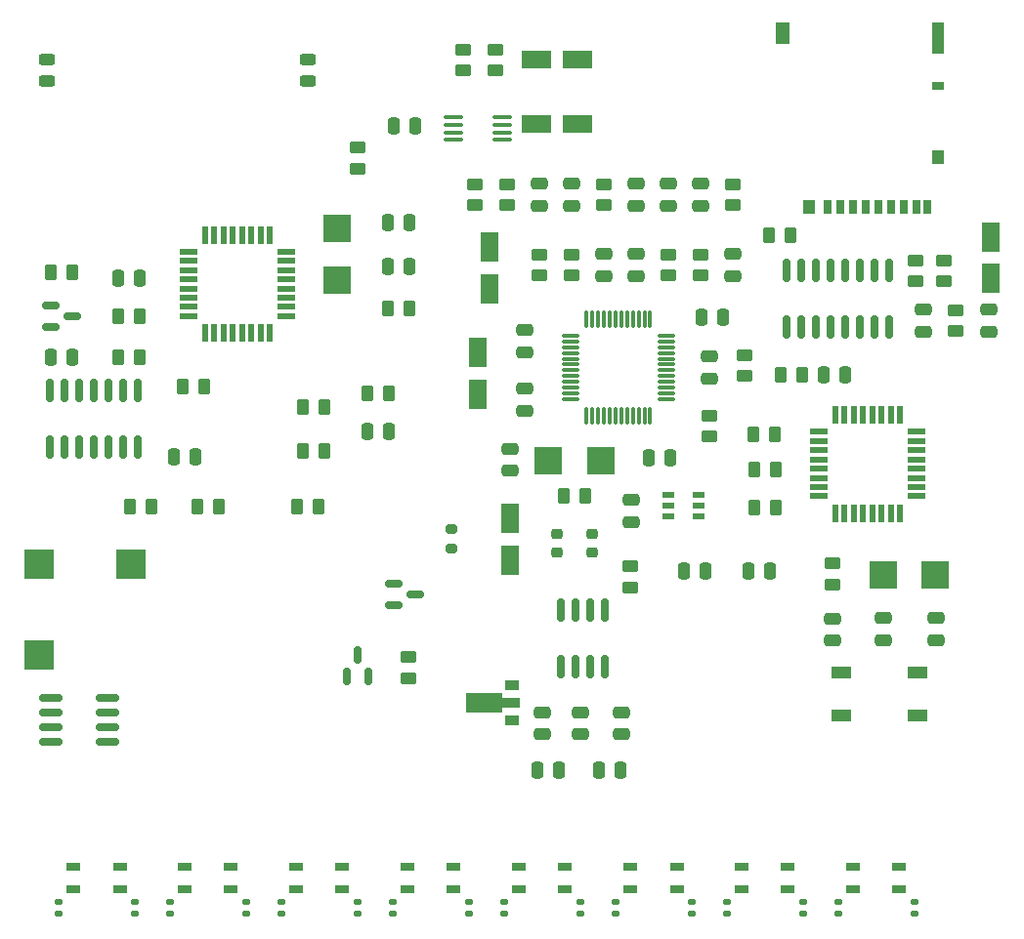
<source format=gtp>
G04 #@! TF.GenerationSoftware,KiCad,Pcbnew,7.0.9-39-g1740aeca5e*
G04 #@! TF.CreationDate,2023-11-27T00:53:47+01:00*
G04 #@! TF.ProjectId,Synkino,53796e6b-696e-46f2-9e6b-696361645f70,rev?*
G04 #@! TF.SameCoordinates,Original*
G04 #@! TF.FileFunction,Paste,Top*
G04 #@! TF.FilePolarity,Positive*
%FSLAX46Y46*%
G04 Gerber Fmt 4.6, Leading zero omitted, Abs format (unit mm)*
G04 Created by KiCad (PCBNEW 7.0.9-39-g1740aeca5e) date 2023-11-27 00:53:47*
%MOMM*%
%LPD*%
G01*
G04 APERTURE LIST*
G04 Aperture macros list*
%AMRoundRect*
0 Rectangle with rounded corners*
0 $1 Rounding radius*
0 $2 $3 $4 $5 $6 $7 $8 $9 X,Y pos of 4 corners*
0 Add a 4 corners polygon primitive as box body*
4,1,4,$2,$3,$4,$5,$6,$7,$8,$9,$2,$3,0*
0 Add four circle primitives for the rounded corners*
1,1,$1+$1,$2,$3*
1,1,$1+$1,$4,$5*
1,1,$1+$1,$6,$7*
1,1,$1+$1,$8,$9*
0 Add four rect primitives between the rounded corners*
20,1,$1+$1,$2,$3,$4,$5,0*
20,1,$1+$1,$4,$5,$6,$7,0*
20,1,$1+$1,$6,$7,$8,$9,0*
20,1,$1+$1,$8,$9,$2,$3,0*%
%AMFreePoly0*
4,1,9,3.862500,-0.866500,0.737500,-0.866500,0.737500,-0.450000,-0.737500,-0.450000,-0.737500,0.450000,0.737500,0.450000,0.737500,0.866500,3.862500,0.866500,3.862500,-0.866500,3.862500,-0.866500,$1*%
G04 Aperture macros list end*
%ADD10RoundRect,0.250000X0.250000X0.475000X-0.250000X0.475000X-0.250000X-0.475000X0.250000X-0.475000X0*%
%ADD11RoundRect,0.250000X-0.250000X-0.475000X0.250000X-0.475000X0.250000X0.475000X-0.250000X0.475000X0*%
%ADD12RoundRect,0.250000X-0.475000X0.250000X-0.475000X-0.250000X0.475000X-0.250000X0.475000X0.250000X0*%
%ADD13RoundRect,0.250000X0.550000X-1.050000X0.550000X1.050000X-0.550000X1.050000X-0.550000X-1.050000X0*%
%ADD14RoundRect,0.225000X-0.250000X0.225000X-0.250000X-0.225000X0.250000X-0.225000X0.250000X0.225000X0*%
%ADD15RoundRect,0.250000X0.475000X-0.250000X0.475000X0.250000X-0.475000X0.250000X-0.475000X-0.250000X0*%
%ADD16RoundRect,0.250000X-1.050000X-0.550000X1.050000X-0.550000X1.050000X0.550000X-1.050000X0.550000X0*%
%ADD17RoundRect,0.243750X-0.456250X0.243750X-0.456250X-0.243750X0.456250X-0.243750X0.456250X0.243750X0*%
%ADD18R,0.700000X1.200000*%
%ADD19R,1.000000X1.200000*%
%ADD20R,1.000000X0.800000*%
%ADD21R,1.000000X2.800000*%
%ADD22R,1.300000X1.900000*%
%ADD23RoundRect,0.150000X0.150000X-0.825000X0.150000X0.825000X-0.150000X0.825000X-0.150000X-0.825000X0*%
%ADD24RoundRect,0.150000X-0.587500X-0.150000X0.587500X-0.150000X0.587500X0.150000X-0.587500X0.150000X0*%
%ADD25RoundRect,0.250000X0.450000X-0.262500X0.450000X0.262500X-0.450000X0.262500X-0.450000X-0.262500X0*%
%ADD26RoundRect,0.250000X0.262500X0.450000X-0.262500X0.450000X-0.262500X-0.450000X0.262500X-0.450000X0*%
%ADD27RoundRect,0.250000X-0.262500X-0.450000X0.262500X-0.450000X0.262500X0.450000X-0.262500X0.450000X0*%
%ADD28RoundRect,0.250000X-0.450000X0.262500X-0.450000X-0.262500X0.450000X-0.262500X0.450000X0.262500X0*%
%ADD29RoundRect,0.200000X0.275000X-0.200000X0.275000X0.200000X-0.275000X0.200000X-0.275000X-0.200000X0*%
%ADD30RoundRect,0.135000X0.185000X-0.135000X0.185000X0.135000X-0.185000X0.135000X-0.185000X-0.135000X0*%
%ADD31R,1.700000X1.000000*%
%ADD32R,1.300000X0.900000*%
%ADD33FreePoly0,180.000000*%
%ADD34R,1.600000X0.550000*%
%ADD35R,0.550000X1.600000*%
%ADD36RoundRect,0.150000X-0.150000X0.825000X-0.150000X-0.825000X0.150000X-0.825000X0.150000X0.825000X0*%
%ADD37R,1.100000X0.600000*%
%ADD38RoundRect,0.075000X-0.662500X-0.075000X0.662500X-0.075000X0.662500X0.075000X-0.662500X0.075000X0*%
%ADD39RoundRect,0.075000X-0.075000X-0.662500X0.075000X-0.662500X0.075000X0.662500X-0.075000X0.662500X0*%
%ADD40RoundRect,0.100000X-0.712500X-0.100000X0.712500X-0.100000X0.712500X0.100000X-0.712500X0.100000X0*%
%ADD41R,1.200000X0.700000*%
%ADD42R,2.400000X2.400000*%
%ADD43RoundRect,0.150000X0.150000X-0.587500X0.150000X0.587500X-0.150000X0.587500X-0.150000X-0.587500X0*%
%ADD44R,2.500000X2.500000*%
%ADD45RoundRect,0.150000X-0.825000X-0.150000X0.825000X-0.150000X0.825000X0.150000X-0.825000X0.150000X0*%
G04 APERTURE END LIST*
D10*
X82992000Y-60960000D03*
X81092000Y-60960000D03*
D11*
X117414000Y-103632000D03*
X119314000Y-103632000D03*
D10*
X137622000Y-86360000D03*
X135722000Y-86360000D03*
X106868000Y-47752000D03*
X104968000Y-47752000D03*
X104577000Y-74243000D03*
X102677000Y-74243000D03*
D12*
X124714000Y-98618000D03*
X124714000Y-100518000D03*
D10*
X106360000Y-59944000D03*
X104460000Y-59944000D03*
X106340000Y-56134000D03*
X104440000Y-56134000D03*
X132014000Y-86360000D03*
X130114000Y-86360000D03*
X124648000Y-103632000D03*
X122748000Y-103632000D03*
D12*
X117856000Y-98618000D03*
X117856000Y-100518000D03*
X125603000Y-80203000D03*
X125603000Y-82103000D03*
D13*
X156718000Y-60982000D03*
X156718000Y-57382000D03*
D14*
X119126000Y-83172000D03*
X119126000Y-84722000D03*
D12*
X150876000Y-63693000D03*
X150876000Y-65593000D03*
X121158000Y-98618000D03*
X121158000Y-100518000D03*
X125984000Y-52771000D03*
X125984000Y-54671000D03*
D14*
X122174000Y-83172000D03*
X122174000Y-84722000D03*
D12*
X128778000Y-52771000D03*
X128778000Y-54671000D03*
X156591000Y-63693000D03*
X156591000Y-65593000D03*
X120396000Y-52771000D03*
X120396000Y-54671000D03*
D15*
X115062000Y-77658000D03*
X115062000Y-75758000D03*
D13*
X113284000Y-61871000D03*
X113284000Y-58271000D03*
D15*
X117602000Y-54671000D03*
X117602000Y-52771000D03*
X131572000Y-54671000D03*
X131572000Y-52771000D03*
D12*
X125984000Y-58867000D03*
X125984000Y-60767000D03*
D11*
X131638000Y-64389000D03*
X133538000Y-64389000D03*
D10*
X87818000Y-76454000D03*
X85918000Y-76454000D03*
D12*
X134366000Y-58867000D03*
X134366000Y-60767000D03*
D10*
X77150000Y-67818000D03*
X75250000Y-67818000D03*
D13*
X112268000Y-71015000D03*
X112268000Y-67415000D03*
D15*
X116332000Y-67371000D03*
X116332000Y-65471000D03*
D10*
X128966000Y-76581000D03*
X127066000Y-76581000D03*
D15*
X132334000Y-69657000D03*
X132334000Y-67757000D03*
D16*
X117326000Y-42037000D03*
X120926000Y-42037000D03*
X117326000Y-47625000D03*
X120926000Y-47625000D03*
D15*
X116332000Y-72451000D03*
X116332000Y-70551000D03*
X123190000Y-60767000D03*
X123190000Y-58867000D03*
D10*
X144124000Y-69342000D03*
X142224000Y-69342000D03*
D13*
X115024000Y-85425000D03*
X115024000Y-81825000D03*
D15*
X147380000Y-92355000D03*
X147380000Y-90455000D03*
X151952000Y-92375000D03*
X151952000Y-90475000D03*
D12*
X143002000Y-90490000D03*
X143002000Y-92390000D03*
D17*
X97536000Y-41988500D03*
X97536000Y-43863500D03*
D18*
X142563000Y-54794000D03*
X143663000Y-54794000D03*
X144763000Y-54794000D03*
X145863000Y-54794000D03*
X146963000Y-54794000D03*
X148063000Y-54794000D03*
X149163000Y-54794000D03*
X150263000Y-54794000D03*
X151213000Y-54794000D03*
D19*
X152163000Y-50494000D03*
D20*
X152163000Y-44294000D03*
D21*
X152163000Y-40144000D03*
D22*
X138663000Y-39694000D03*
D19*
X141013000Y-54794000D03*
D23*
X119507000Y-94677000D03*
X120777000Y-94677000D03*
X122047000Y-94677000D03*
X123317000Y-94677000D03*
X123317000Y-89727000D03*
X122047000Y-89727000D03*
X120777000Y-89727000D03*
X119507000Y-89727000D03*
D24*
X75262500Y-63312000D03*
X75262500Y-65212000D03*
X77137500Y-64262000D03*
D25*
X152654000Y-61237500D03*
X152654000Y-59412500D03*
D26*
X104564500Y-70993000D03*
X102739500Y-70993000D03*
D25*
X153670000Y-65555500D03*
X153670000Y-63730500D03*
D26*
X140358500Y-69342000D03*
X138533500Y-69342000D03*
X139342500Y-57277000D03*
X137517500Y-57277000D03*
D27*
X97131500Y-75946000D03*
X98956500Y-75946000D03*
D28*
X143002000Y-85701500D03*
X143002000Y-87526500D03*
D26*
X83970500Y-80772000D03*
X82145500Y-80772000D03*
D29*
X109982000Y-84391000D03*
X109982000Y-82741000D03*
D28*
X125476000Y-85955500D03*
X125476000Y-87780500D03*
D27*
X96623500Y-80772000D03*
X98448500Y-80772000D03*
D25*
X101854000Y-51458500D03*
X101854000Y-49633500D03*
D28*
X150241000Y-59412500D03*
X150241000Y-61237500D03*
X123190000Y-52808500D03*
X123190000Y-54633500D03*
D26*
X121562500Y-79883000D03*
X119737500Y-79883000D03*
D28*
X128778000Y-58904500D03*
X128778000Y-60729500D03*
X120396000Y-58904500D03*
X120396000Y-60729500D03*
D27*
X75287500Y-60452000D03*
X77112500Y-60452000D03*
D28*
X132334000Y-72874500D03*
X132334000Y-74699500D03*
D25*
X117602000Y-60729500D03*
X117602000Y-58904500D03*
X131572000Y-60729500D03*
X131572000Y-58904500D03*
D26*
X82954500Y-64262000D03*
X81129500Y-64262000D03*
D28*
X114808000Y-52808500D03*
X114808000Y-54633500D03*
X112014000Y-52808500D03*
X112014000Y-54633500D03*
D26*
X82954500Y-67818000D03*
X81129500Y-67818000D03*
D28*
X134366000Y-52808500D03*
X134366000Y-54633500D03*
X135382000Y-67620500D03*
X135382000Y-69445500D03*
D25*
X113792000Y-42949500D03*
X113792000Y-41124500D03*
X110998000Y-42949500D03*
X110998000Y-41124500D03*
D27*
X97131500Y-72136000D03*
X98956500Y-72136000D03*
D30*
X75946000Y-116080000D03*
X75946000Y-115060000D03*
X85598000Y-116080000D03*
X85598000Y-115060000D03*
X95250000Y-116080000D03*
X95250000Y-115060000D03*
X101854000Y-116080000D03*
X101854000Y-115060000D03*
D27*
X136167500Y-74549000D03*
X137992500Y-74549000D03*
X136247500Y-77597000D03*
X138072500Y-77597000D03*
X136247500Y-80899000D03*
X138072500Y-80899000D03*
D31*
X150366000Y-98878000D03*
X143766000Y-98878000D03*
X150366000Y-95178000D03*
X143766000Y-95178000D03*
D32*
X115234000Y-99290000D03*
D33*
X115146500Y-97790000D03*
D32*
X115234000Y-96290000D03*
D34*
X95690000Y-64268000D03*
X95690000Y-63468000D03*
X95690000Y-62668000D03*
X95690000Y-61868000D03*
X95690000Y-61068000D03*
X95690000Y-60268000D03*
X95690000Y-59468000D03*
X95690000Y-58668000D03*
D35*
X94240000Y-57218000D03*
X93440000Y-57218000D03*
X92640000Y-57218000D03*
X91840000Y-57218000D03*
X91040000Y-57218000D03*
X90240000Y-57218000D03*
X89440000Y-57218000D03*
X88640000Y-57218000D03*
D34*
X87190000Y-58668000D03*
X87190000Y-59468000D03*
X87190000Y-60268000D03*
X87190000Y-61068000D03*
X87190000Y-61868000D03*
X87190000Y-62668000D03*
X87190000Y-63468000D03*
X87190000Y-64268000D03*
D35*
X88640000Y-65718000D03*
X89440000Y-65718000D03*
X90240000Y-65718000D03*
X91040000Y-65718000D03*
X91840000Y-65718000D03*
X92640000Y-65718000D03*
X93440000Y-65718000D03*
X94240000Y-65718000D03*
D36*
X147955000Y-60263000D03*
X146685000Y-60263000D03*
X145415000Y-60263000D03*
X144145000Y-60263000D03*
X142875000Y-60263000D03*
X141605000Y-60263000D03*
X140335000Y-60263000D03*
X139065000Y-60263000D03*
X139065000Y-65213000D03*
X140335000Y-65213000D03*
X141605000Y-65213000D03*
X142875000Y-65213000D03*
X144145000Y-65213000D03*
X145415000Y-65213000D03*
X146685000Y-65213000D03*
X147955000Y-65213000D03*
D37*
X131378000Y-81661000D03*
X131378000Y-80711000D03*
X131378000Y-79761000D03*
X128778000Y-79761000D03*
X128778000Y-80711000D03*
X128778000Y-81661000D03*
D36*
X82804000Y-70677000D03*
X81534000Y-70677000D03*
X80264000Y-70677000D03*
X78994000Y-70677000D03*
X77724000Y-70677000D03*
X76454000Y-70677000D03*
X75184000Y-70677000D03*
X75184000Y-75627000D03*
X76454000Y-75627000D03*
X77724000Y-75627000D03*
X78994000Y-75627000D03*
X80264000Y-75627000D03*
X81534000Y-75627000D03*
X82804000Y-75627000D03*
D38*
X120297500Y-65957000D03*
X120297500Y-66457000D03*
X120297500Y-66957000D03*
X120297500Y-67457000D03*
X120297500Y-67957000D03*
X120297500Y-68457000D03*
X120297500Y-68957000D03*
X120297500Y-69457000D03*
X120297500Y-69957000D03*
X120297500Y-70457000D03*
X120297500Y-70957000D03*
X120297500Y-71457000D03*
D39*
X121710000Y-72869500D03*
X122210000Y-72869500D03*
X122710000Y-72869500D03*
X123210000Y-72869500D03*
X123710000Y-72869500D03*
X124210000Y-72869500D03*
X124710000Y-72869500D03*
X125210000Y-72869500D03*
X125710000Y-72869500D03*
X126210000Y-72869500D03*
X126710000Y-72869500D03*
X127210000Y-72869500D03*
D38*
X128622500Y-71457000D03*
X128622500Y-70957000D03*
X128622500Y-70457000D03*
X128622500Y-69957000D03*
X128622500Y-69457000D03*
X128622500Y-68957000D03*
X128622500Y-68457000D03*
X128622500Y-67957000D03*
X128622500Y-67457000D03*
X128622500Y-66957000D03*
X128622500Y-66457000D03*
X128622500Y-65957000D03*
D39*
X127210000Y-64544500D03*
X126710000Y-64544500D03*
X126210000Y-64544500D03*
X125710000Y-64544500D03*
X125210000Y-64544500D03*
X124710000Y-64544500D03*
X124210000Y-64544500D03*
X123710000Y-64544500D03*
X123210000Y-64544500D03*
X122710000Y-64544500D03*
X122210000Y-64544500D03*
X121710000Y-64544500D03*
D40*
X110155500Y-47031000D03*
X110155500Y-47681000D03*
X110155500Y-48331000D03*
X110155500Y-48981000D03*
X114380500Y-48981000D03*
X114380500Y-48331000D03*
X114380500Y-47681000D03*
X114380500Y-47031000D03*
D41*
X77248000Y-113979200D03*
X81248000Y-113979200D03*
X81248000Y-112055400D03*
X77248000Y-112055400D03*
D35*
X143250000Y-81339000D03*
X144050000Y-81339000D03*
X144850000Y-81339000D03*
X145650000Y-81339000D03*
X146450000Y-81339000D03*
X147250000Y-81339000D03*
X148050000Y-81339000D03*
X148850000Y-81339000D03*
D34*
X150300000Y-79889000D03*
X150300000Y-79089000D03*
X150300000Y-78289000D03*
X150300000Y-77489000D03*
X150300000Y-76689000D03*
X150300000Y-75889000D03*
X150300000Y-75089000D03*
X150300000Y-74289000D03*
D35*
X148850000Y-72839000D03*
X148050000Y-72839000D03*
X147250000Y-72839000D03*
X146450000Y-72839000D03*
X145650000Y-72839000D03*
X144850000Y-72839000D03*
X144050000Y-72839000D03*
X143250000Y-72839000D03*
D34*
X141800000Y-74289000D03*
X141800000Y-75089000D03*
X141800000Y-75889000D03*
X141800000Y-76689000D03*
X141800000Y-77489000D03*
X141800000Y-78289000D03*
X141800000Y-79089000D03*
X141800000Y-79889000D03*
D41*
X96520000Y-113963200D03*
X100520000Y-113963200D03*
X100520000Y-112039400D03*
X96520000Y-112039400D03*
D42*
X100076000Y-61178000D03*
X100076000Y-56678000D03*
X122900000Y-76835000D03*
X118400000Y-76835000D03*
X147392000Y-86741000D03*
X151892000Y-86741000D03*
D30*
X82550000Y-116080000D03*
X82550000Y-115060000D03*
X92202000Y-116080000D03*
X92202000Y-115060000D03*
X104902000Y-116080000D03*
X104902000Y-115060000D03*
X111506000Y-116080000D03*
X111506000Y-115060000D03*
X114554000Y-116080000D03*
X114554000Y-115060000D03*
X124206000Y-116080000D03*
X124206000Y-115060000D03*
X121158000Y-116080000D03*
X121158000Y-115060000D03*
X130810000Y-116080000D03*
X130810000Y-115060000D03*
X133858000Y-116080000D03*
X133858000Y-115060000D03*
X140462000Y-116080000D03*
X140462000Y-115060000D03*
X143510000Y-116080000D03*
X143510000Y-115060000D03*
X150114000Y-116080000D03*
X150114000Y-115060000D03*
D41*
X86868000Y-113963200D03*
X90868000Y-113963200D03*
X90868000Y-112039400D03*
X86868000Y-112039400D03*
X106172000Y-113963200D03*
X110172000Y-113963200D03*
X110172000Y-112039400D03*
X106172000Y-112039400D03*
X115824000Y-113963200D03*
X119824000Y-113963200D03*
X119824000Y-112039400D03*
X115824000Y-112039400D03*
X125508000Y-113963200D03*
X129508000Y-113963200D03*
X129508000Y-112039400D03*
X125508000Y-112039400D03*
X135128000Y-113963200D03*
X139128000Y-113963200D03*
X139128000Y-112039400D03*
X135128000Y-112039400D03*
X144780000Y-113963200D03*
X148780000Y-113963200D03*
X148780000Y-112039400D03*
X144780000Y-112039400D03*
D17*
X74930000Y-41988500D03*
X74930000Y-43863500D03*
D27*
X86717500Y-70358000D03*
X88542500Y-70358000D03*
D43*
X100904000Y-95552500D03*
X102804000Y-95552500D03*
X101854000Y-93677500D03*
D25*
X106299000Y-95654500D03*
X106299000Y-93829500D03*
D44*
X74232000Y-93662000D03*
X82232000Y-85762000D03*
X74232000Y-85762000D03*
D27*
X87987500Y-80772000D03*
X89812500Y-80772000D03*
D45*
X75249000Y-97409000D03*
X75249000Y-98679000D03*
X75249000Y-99949000D03*
X75249000Y-101219000D03*
X80199000Y-101219000D03*
X80199000Y-99949000D03*
X80199000Y-98679000D03*
X80199000Y-97409000D03*
D26*
X106322500Y-63627000D03*
X104497500Y-63627000D03*
D24*
X104980500Y-87442000D03*
X104980500Y-89342000D03*
X106855500Y-88392000D03*
M02*

</source>
